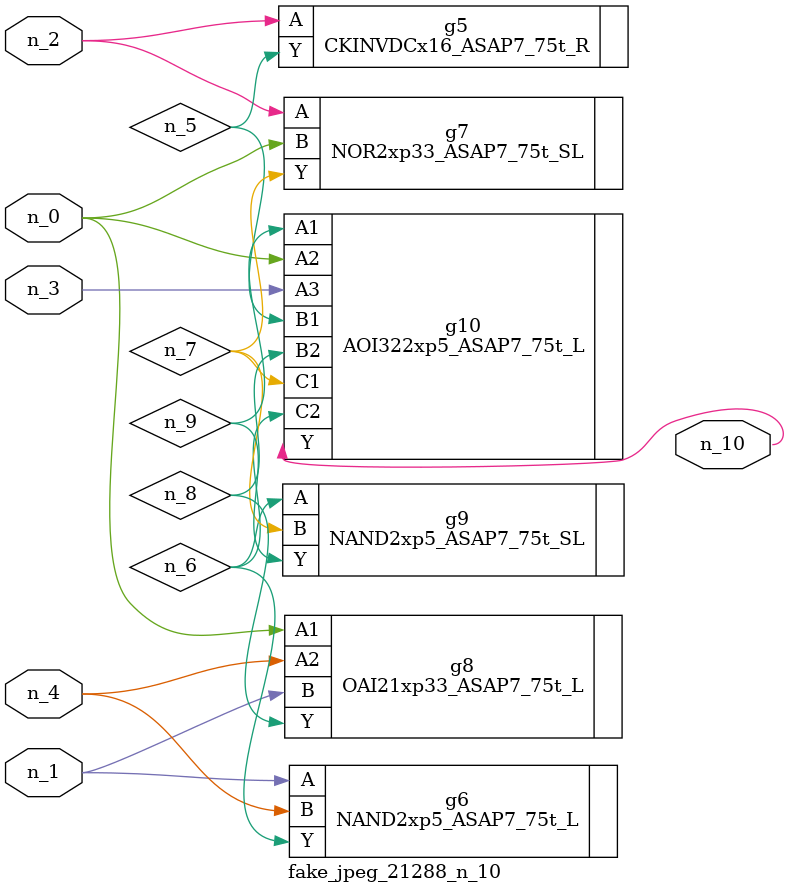
<source format=v>
module fake_jpeg_21288_n_10 (n_3, n_2, n_1, n_0, n_4, n_10);

input n_3;
input n_2;
input n_1;
input n_0;
input n_4;

output n_10;

wire n_8;
wire n_9;
wire n_6;
wire n_5;
wire n_7;

CKINVDCx16_ASAP7_75t_R g5 ( 
.A(n_2),
.Y(n_5)
);

NAND2xp5_ASAP7_75t_L g6 ( 
.A(n_1),
.B(n_4),
.Y(n_6)
);

NOR2xp33_ASAP7_75t_SL g7 ( 
.A(n_2),
.B(n_0),
.Y(n_7)
);

OAI21xp33_ASAP7_75t_L g8 ( 
.A1(n_0),
.A2(n_4),
.B(n_1),
.Y(n_8)
);

NAND2xp5_ASAP7_75t_SL g9 ( 
.A(n_6),
.B(n_7),
.Y(n_9)
);

AOI322xp5_ASAP7_75t_L g10 ( 
.A1(n_9),
.A2(n_0),
.A3(n_3),
.B1(n_5),
.B2(n_8),
.C1(n_7),
.C2(n_6),
.Y(n_10)
);


endmodule
</source>
